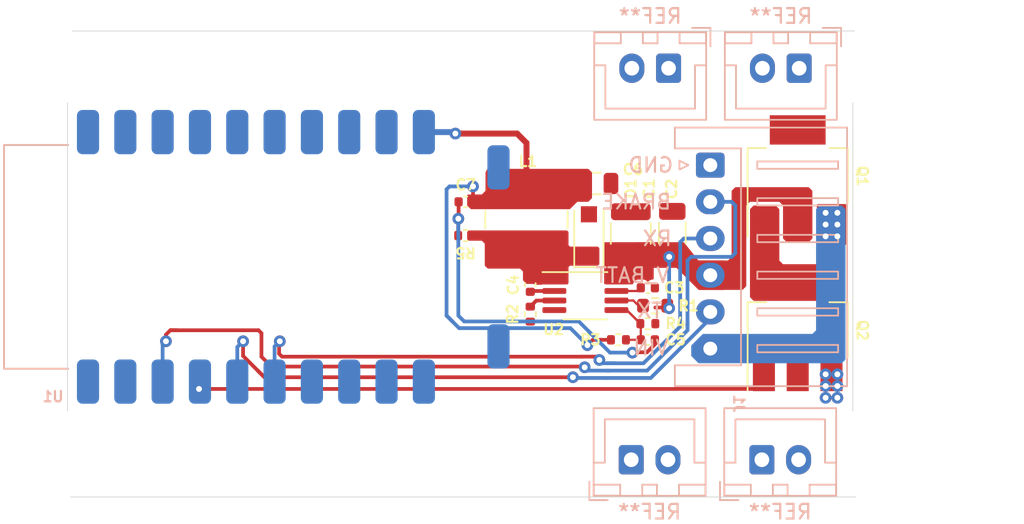
<source format=kicad_pcb>
(kicad_pcb (version 20210126) (generator pcbnew)
  (layers (0 "F.Cu" signal) (31 "B.Cu" signal) (34 "B.Paste" user) (35 "F.Paste" user) (36 "B.SilkS" user "B.Silkscreen") (37 "F.SilkS" user "F.Silkscreen") (38 "B.Mask" user) (39 "F.Mask" user) (44 "Edge.Cuts" user))
  (net 0 "")
  (net 1 "/TSDZ2_VIN")
  (net 2 "/TSDZ2_TX")
  (net 3 "/V_BATT")
  (net 4 "/TSDZ2_RX")
  (net 5 "/TSDZ2_BRAKE_INPUT")
  (net 6 "/P1.00")
  (net 7 "GND")
  (net 8 "Net-(C4-Pad1)")
  (net 9 "Net-(C5-Pad2)")
  (net 10 "Net-(C3-Pad2)")
  (net 11 "Net-(C5-Pad1)")
  (net 12 "Net-(C4-Pad2)")
  (net 13 "Net-(R1-Pad2)")
  (net 14 "Net-(R2-Pad1)")
  (net 15 "Net-(C6-Pad1)")
  (net 16 "/BTS414ON_CTRL")
  (footprint "Capacitor_SMD:C_0805_2012Metric" (layer "F.Cu") (at 87.84 65)
    (fp_text reference "C6" (at 2.45 -0.95 180) (layer "F.SilkS") (effects (font (size 0.7 0.7))))
    (fp_text value "10uF")
    (fp_line (start -0.261252 0.735) (end 0.261252 0.735) (layer "F.SilkS") (width 0.12))
    (fp_line (start -0.261252 -0.735) (end 0.261252 -0.735) (layer "F.SilkS") (width 0.12))
    (pad "1" smd roundrect (at -0.95 0) (size 1 1.45) (layers "F.Cu" "F.Paste" "F.Mask") (net 15 "Net-(C6-Pad1)"))
    (pad "2" smd roundrect (at 0.95 0) (size 1 1.45) (layers "F.Cu" "F.Paste" "F.Mask") (net 7 "GND"))
  )
  (footprint "Capacitor_SMD:C_1210_3225Metric" (layer "F.Cu") (at 90.14 68.4 90)
    (fp_text reference "C1" (at 3.05 1.25 90 unlocked) (layer "F.SilkS") (effects (font (size 0.7 0.7))))
    (fp_text value "10uF")
    (fp_line (start -0.711252 -1.36) (end 0.711252 -1.36) (layer "F.SilkS") (width 0.12))
    (fp_line (start -0.711252 1.36) (end 0.711252 1.36) (layer "F.SilkS") (width 0.12))
    (pad "1" smd roundrect (at -1.475 0 90) (size 1.15 2.7) (layers "F.Cu" "F.Paste" "F.Mask") (roundrect_rratio 0.2173913043478261) (net 3 "/V_BATT"))
    (pad "2" smd roundrect (at 1.475 0 90) (size 1.15 2.7) (layers "F.Cu" "F.Paste" "F.Mask") (roundrect_rratio 0.2173913043478261) (net 7 "GND"))
  )
  (footprint "Capacitor_SMD:C_0402_1005Metric" (layer "F.Cu") (at 91.3 72.1106 180)
    (fp_text reference "C3" (at -1.79 0 unlocked) (layer "F.SilkS") (effects (font (size 0.7 0.7))))
    (fp_text value "0.1uF")
    (fp_line (start -0.107836 -0.36) (end 0.107836 -0.36) (layer "F.SilkS") (width 0.12))
    (fp_line (start -0.107836 0.36) (end 0.107836 0.36) (layer "F.SilkS") (width 0.12))
    (pad "1" smd roundrect (at -0.48 0 180) (size 0.56 0.62) (layers "F.Cu" "F.Paste" "F.Mask") (net 7 "GND"))
    (pad "2" smd roundrect (at 0.48 0 180) (size 0.56 0.62) (layers "F.Cu" "F.Paste" "F.Mask") (net 10 "Net-(C3-Pad2)"))
  )
  (footprint "Diode_SMD:D_SOD-123F" (layer "F.Cu") (at 87.29 68.5 90)
    (fp_text reference "D1" (at 3.15 2.85 90) (layer "F.SilkS") (effects (font (size 0.7 0.7))))
    (fp_text value "D_Schottky_Small")
    (fp_line (start -2.2 -1) (end -2.2 1) (layer "F.SilkS") (width 0.12))
    (fp_line (start -2.2 -1) (end 1.65 -1) (layer "F.SilkS") (width 0.12))
    (fp_line (start -2.2 1) (end 1.65 1) (layer "F.SilkS") (width 0.12))
    (pad "1" smd rect (at -1.4 0 90) (size 1.1 1.1) (layers "F.Cu" "F.Paste" "F.Mask") (net 12 "Net-(C4-Pad2)"))
    (pad "2" smd rect (at 1.4 0 90) (size 1.1 1.1) (layers "F.Cu" "F.Paste" "F.Mask") (net 7 "GND"))
  )
  (footprint "Resistor_SMD:R_0402_1005Metric" (layer "F.Cu") (at 83.3 73.9 -90)
    (fp_text reference "R2" (at 0 1.2 90 unlocked) (layer "F.SilkS") (effects (font (size 0.7 0.7))))
    (fp_text value "278K")
    (fp_line (start -0.153641 -0.38) (end 0.153641 -0.38) (layer "F.SilkS") (width 0.12))
    (fp_line (start -0.153641 0.38) (end 0.153641 0.38) (layer "F.SilkS") (width 0.12))
    (pad "1" smd roundrect (at -0.51 0 270) (size 0.54 0.64) (layers "F.Cu" "F.Paste" "F.Mask") (net 14 "Net-(R2-Pad1)"))
    (pad "2" smd roundrect (at 0.51 0 270) (size 0.54 0.64) (layers "F.Cu" "F.Paste" "F.Mask") (net 7 "GND"))
  )
  (footprint "Inductor_SMD:L_TracoPower_TCK-047_5.2x5.8mm" (layer "F.Cu") (at 83.04 67.45 90)
    (fp_text reference "L1" (at 3.95 0.1 unlocked) (layer "F.SilkS") (effects (font (size 0.7 0.7))))
    (fp_text value "100uH")
    (fp_line (start -0.6 2.8) (end 0.6 2.8) (layer "F.SilkS") (width 0.12))
    (fp_line (start 0.6 -2.8) (end -0.6 -2.8) (layer "F.SilkS") (width 0.12))
    (pad "1" smd rect (at -1.925 0 180) (size 5.5 2.15) (layers "F.Cu" "F.Paste" "F.Mask") (net 12 "Net-(C4-Pad2)"))
    (pad "2" smd rect (at 1.925 0 180) (size 5.5 2.15) (layers "F.Cu" "F.Paste" "F.Mask") (net 15 "Net-(C6-Pad1)"))
  )
  (footprint "Resistor_SMD:R_0603_1608Metric" (layer "F.Cu") (at 91.7956 73.3298 180)
    (fp_text reference "R1" (at -2.2736 -0.0068 180) (layer "F.SilkS") (effects (font (size 0.7 0.7))))
    (fp_text value "127K")
    (fp_line (start -0.237258 -0.5225) (end 0.237258 -0.5225) (layer "F.SilkS") (width 0.12))
    (fp_line (start -0.237258 0.5225) (end 0.237258 0.5225) (layer "F.SilkS") (width 0.12))
    (pad "1" smd roundrect (at -0.825 0 180) (size 0.8 0.95) (layers "F.Cu" "F.Paste" "F.Mask") (net 3 "/V_BATT"))
    (pad "2" smd roundrect (at 0.825 0 180) (size 0.8 0.95) (layers "F.Cu" "F.Paste" "F.Mask") (net 13 "Net-(R1-Pad2)"))
  )
  (footprint "Package_TO_SOT_SMD:SOT-223-3_TabPin2" (layer "F.Cu") (at 101.5 75 90)
    (fp_text reference "Q2" (at 0 4.4 -90 unlocked) (layer "F.SilkS") (effects (font (size 0.7 0.7))))
    (fp_text value "BSP89")
    (fp_line (start -4.1 -3.41) (end 1.91 -3.41) (layer "F.SilkS") (width 0.12))
    (fp_line (start 1.91 3.41) (end 1.91 2.15) (layer "F.SilkS") (width 0.12))
    (fp_line (start -1.85 3.41) (end 1.91 3.41) (layer "F.SilkS") (width 0.12))
    (fp_line (start 1.91 -3.41) (end 1.91 -2.15) (layer "F.SilkS") (width 0.12))
    (pad "1" smd rect (at -3.15 -2.3 90) (size 2 1.5) (layers "F.Cu" "F.Paste" "F.Mask") (net 6 "/P1.00"))
    (pad "2" smd rect (at -3.15 0 90) (size 2 1.5) (layers "F.Cu" "F.Paste" "F.Mask") (net 16 "/BTS414ON_CTRL"))
    (pad "2" smd rect (at 3.15 0 90) (size 2 3.8) (layers "F.Cu" "F.Paste" "F.Mask") (net 16 "/BTS414ON_CTRL"))
    (pad "3" smd rect (at -3.15 2.3 90) (size 2 1.5) (layers "F.Cu" "F.Paste" "F.Mask") (net 7 "GND"))
  )
  (footprint "Resistor_SMD:R_0402_1005Metric" (layer "F.Cu") (at 89.3 75.65)
    (fp_text reference "R3" (at -1.91 0 unlocked) (layer "F.SilkS") (effects (font (size 0.7 0.7))))
    (fp_text value "1K")
    (fp_line (start -0.153641 0.38) (end 0.153641 0.38) (layer "F.SilkS") (width 0.12))
    (fp_line (start -0.153641 -0.38) (end 0.153641 -0.38) (layer "F.SilkS") (width 0.12))
    (pad "1" smd roundrect (at -0.51 0) (size 0.54 0.64) (layers "F.Cu" "F.Paste" "F.Mask") (net 15 "Net-(C6-Pad1)"))
    (pad "2" smd roundrect (at 0.51 0) (size 0.54 0.64) (layers "F.Cu" "F.Paste" "F.Mask") (net 9 "Net-(C5-Pad2)"))
  )
  (footprint "Capacitor_SMD:C_0402_1005Metric" (layer "F.Cu") (at 83.3 71.9 90)
    (fp_text reference "C4" (at 0 -1.16 90 unlocked) (layer "F.SilkS") (effects (font (size 0.7 0.7))))
    (fp_text value "0.1uF")
    (fp_line (start -0.107836 0.36) (end 0.107836 0.36) (layer "F.SilkS") (width 0.12))
    (fp_line (start -0.107836 -0.36) (end 0.107836 -0.36) (layer "F.SilkS") (width 0.12))
    (pad "1" smd roundrect (at -0.48 0 90) (size 0.56 0.62) (layers "F.Cu" "F.Paste" "F.Mask") (net 8 "Net-(C4-Pad1)"))
    (pad "2" smd roundrect (at 0.48 0 90) (size 0.56 0.62) (layers "F.Cu" "F.Paste" "F.Mask") (net 12 "Net-(C4-Pad2)"))
  )
  (footprint "Package_TO_SOT_SMD:SOT-223-3_TabPin2" (layer "F.Cu") (at 101.5 64.5 90)
    (fp_text reference "Q1" (at 0 4.4 -90 unlocked) (layer "F.SilkS") (effects (font (size 0.7 0.7))))
    (fp_text value "BTS4140N ")
    (fp_line (start -1.85 3.41) (end 1.91 3.41) (layer "F.SilkS") (width 0.12))
    (fp_line (start -4.1 -3.41) (end 1.91 -3.41) (layer "F.SilkS") (width 0.12))
    (fp_line (start 1.91 -3.41) (end 1.91 -2.15) (layer "F.SilkS") (width 0.12))
    (fp_line (start 1.91 3.41) (end 1.91 2.15) (layer "F.SilkS") (width 0.12))
    (pad "1" smd rect (at -3.15 -2.3 90) (size 2 1.5) (layers "F.Cu" "F.Paste" "F.Mask") (net 16 "/BTS414ON_CTRL"))
    (pad "2" smd rect (at -3.15 0 90) (size 2 1.5) (layers "F.Cu" "F.Paste" "F.Mask") (net 3 "/V_BATT"))
    (pad "2" smd rect (at 3.15 0 90) (size 2 3.8) (layers "F.Cu" "F.Paste" "F.Mask") (net 3 "/V_BATT"))
    (pad "3" smd rect (at -3.15 2.3 90) (size 2 1.5) (layers "F.Cu" "F.Paste" "F.Mask") (net 1 "/TSDZ2_VIN"))
  )
  (footprint "Resistor_SMD:R_0402_1005Metric" (layer "F.Cu") (at 78.9 68.55 180)
    (fp_text reference "R5" (at 0 -1.17 180 unlocked) (layer "F.SilkS") (effects (font (size 0.7 0.7))))
    (fp_text value "100K")
    (fp_line (start -0.153641 0.38) (end 0.153641 0.38) (layer "F.SilkS") (width 0.12))
    (fp_line (start -0.153641 -0.38) (end 0.153641 -0.38) (layer "F.SilkS") (width 0.12))
    (pad "1" smd roundrect (at -0.51 0 180) (size 0.54 0.64) (layers "F.Cu" "F.Paste" "F.Mask") (net 12 "Net-(C4-Pad2)"))
    (pad "2" smd roundrect (at 0.51 0 180) (size 0.54 0.64) (layers "F.Cu" "F.Paste" "F.Mask") (net 11 "Net-(C5-Pad1)"))
  )
  (footprint "Resistor_SMD:R_0402_1005Metric" (layer "F.Cu") (at 91.3 74.55)
    (fp_text reference "R4" (at 1.89 0 unlocked) (layer "F.SilkS") (effects (font (size 0.7 0.7))))
    (fp_text value "1K")
    (fp_line (start -0.153641 0.38) (end 0.153641 0.38) (layer "F.SilkS") (width 0.12))
    (fp_line (start -0.153641 -0.38) (end 0.153641 -0.38) (layer "F.SilkS") (width 0.12))
    (pad "1" smd roundrect (at -0.51 0) (size 0.54 0.64) (layers "F.Cu" "F.Paste" "F.Mask") (net 9 "Net-(C5-Pad2)"))
    (pad "2" smd roundrect (at 0.51 0) (size 0.54 0.64) (layers "F.Cu" "F.Paste" "F.Mask") (net 7 "GND"))
  )
  (footprint "Package_SO:MSOP-8_3x3mm_P0.65mm" (layer "F.Cu") (at 87.05 72.65)
    (fp_text reference "U2" (at -2.16 2.3 unlocked) (layer "F.SilkS") (effects (font (size 0.7 0.7))))
    (fp_text value "LM5007MM")
    (fp_line (start 0 1.61) (end -1.5 1.61) (layer "F.SilkS") (width 0.12))
    (fp_line (start 0 -1.61) (end 1.5 -1.61) (layer "F.SilkS") (width 0.12))
    (fp_line (start 0 -1.61) (end -2.925 -1.61) (layer "F.SilkS") (width 0.12))
    (fp_line (start 0 1.61) (end 1.5 1.61) (layer "F.SilkS") (width 0.12))
    (pad "1" smd roundrect (at -2.1125 -0.975) (size 1.625 0.4) (layers "F.Cu" "F.Paste" "F.Mask") (net 12 "Net-(C4-Pad2)"))
    (pad "2" smd roundrect (at -2.1125 -0.325) (size 1.625 0.4) (layers "F.Cu" "F.Paste" "F.Mask") (net 8 "Net-(C4-Pad1)"))
    (pad "3" smd roundrect (at -2.1125 0.325) (size 1.625 0.4) (layers "F.Cu" "F.Paste" "F.Mask") (net 14 "Net-(R2-Pad1)"))
    (pad "4" smd roundrect (at -2.1125 0.975) (size 1.625 0.4) (layers "F.Cu" "F.Paste" "F.Mask") (net 7 "GND"))
    (pad "5" smd roundrect (at 2.1125 0.975) (size 1.625 0.4) (layers "F.Cu" "F.Paste" "F.Mask") (net 9 "Net-(C5-Pad2)"))
    (pad "6" smd roundrect (at 2.1125 0.325) (size 1.625 0.4) (layers "F.Cu" "F.Paste" "F.Mask") (net 13 "Net-(R1-Pad2)"))
    (pad "7" smd roundrect (at 2.1125 -0.325) (size 1.625 0.4) (layers "F.Cu" "F.Paste" "F.Mask") (net 10 "Net-(C3-Pad2)"))
    (pad "8" smd roundrect (at 2.1125 -0.975) (size 1.625 0.4) (layers "F.Cu" "F.Paste" "F.Mask") (net 3 "/V_BATT"))
  )
  (footprint "Capacitor_SMD:C_0402_1005Metric" (layer "F.Cu") (at 91.3 75.65 180)
    (fp_text reference "C5" (at -1.89 0 unlocked) (layer "F.SilkS") (effects (font (size 0.7 0.7))))
    (fp_text value "0.1uF")
    (fp_line (start -0.107836 0.36) (end 0.107836 0.36) (layer "F.SilkS") (width 0.12))
    (fp_line (start -0.107836 -0.36) (end 0.107836 -0.36) (layer "F.SilkS") (width 0.12))
    (pad "1" smd roundrect (at -0.48 0 180) (size 0.56 0.62) (layers "F.Cu" "F.Paste" "F.Mask") (net 11 "Net-(C5-Pad1)"))
    (pad "2" smd roundrect (at 0.48 0 180) (size 0.56 0.62) (layers "F.Cu" "F.Paste" "F.Mask") (net 9 "Net-(C5-Pad2)"))
  )
  (footprint "Capacitor_SMD:C_1206_3216Metric" (layer "F.Cu") (at 92.964 68.3768 90)
    (fp_text reference "C2" (at 2.9972 -0.0508 90) (layer "F.SilkS") (effects (font (size 0.7 0.7))))
    (fp_text value "0.1uF")
    (fp_line (start -0.711252 0.91) (end 0.711252 0.91) (layer "F.SilkS") (width 0.12))
    (fp_line (start -0.711252 -0.91) (end 0.711252 -0.91) (layer "F.SilkS") (width 0.12))
    (pad "1" smd roundrect (at -1.475 0 90) (size 1.15 1.8) (layers "F.Cu" "F.Paste" "F.Mask") (roundrect_rratio 0.217391) (net 3 "/V_BATT"))
    (pad "2" smd roundrect (at 1.475 0 90) (size 1.15 1.8) (layers "F.Cu" "F.Paste" "F.Mask") (roundrect_rratio 0.217391) (net 7 "GND"))
  )
  (footprint "Capacitor_SMD:C_0402_1005Metric" (layer "F.Cu") (at 78.9 66.25)
    (fp_text reference "C7" (at 0 -1.16 unlocked) (layer "F.SilkS") (effects (font (size 0.7 0.7))))
    (fp_text value "3nF")
    (fp_line (start -0.107836 -0.36) (end 0.107836 -0.36) (layer "F.SilkS") (width 0.12))
    (fp_line (start -0.107836 0.36) (end 0.107836 0.36) (layer "F.SilkS") (width 0.12))
    (pad "1" smd roundrect (at -0.48 0) (size 0.56 0.62) (layers "F.Cu" "F.Paste" "F.Mask") (net 11 "Net-(C5-Pad1)"))
    (pad "2" smd roundrect (at 0.48 0) (size 0.56 0.62) (layers "F.Cu" "F.Paste" "F.Mask") (net 15 "Net-(C6-Pad1)"))
  )
  (footprint "Connector_JST:JST_XH_B2B-XH-A_1x02_P2.50mm_Vertical" (layer "B.Cu") (at 90.17 83.82)
    (fp_text reference "REF**" (at 1.25 3.55) (layer "B.SilkS") (effects (justify mirror)))
    (fp_text value "JST_XH_B2B-XH-A_1x02_P2.50mm_Vertical")
    (fp_line (start -1.6 2.75) (end -2.85 2.75) (layer "B.SilkS") (width 0.12))
    (fp_line (start -0.75 1.7) (end -0.75 2.45) (layer "B.SilkS") (width 0.12))
    (fp_line (start 0.75 1.7) (end 1.75 1.7) (layer "B.SilkS") (width 0.12))
    (fp_line (start -2.55 0.2) (end -1.8 0.2) (layer "B.SilkS") (width 0.12))
    (fp_line (start 3.25 2.45) (end 3.25 1.7) (layer "B.SilkS") (width 0.12))
    (fp_line (start -2.55 2.45) (end -2.55 1.7) (layer "B.SilkS") (width 0.12))
    (fp_line (start 5.06 -3.51) (end 5.06 2.46) (layer "B.SilkS") (width 0.12))
    (fp_line (start 4.3 -2.75) (end 1.25 -2.75) (layer "B.SilkS") (width 0.12))
    (fp_line (start -0.75 2.45) (end -2.55 2.45) (layer "B.SilkS") (width 0.12))
    (fp_line (start 0.75 2.45) (end 0.75 1.7) (layer "B.SilkS") (width 0.12))
    (fp_line (start 5.06 2.46) (end -2.56 2.46) (layer "B.SilkS") (width 0.12))
    (fp_line (start -2.55 1.7) (end -0.75 1.7) (layer "B.SilkS") (width 0.12))
    (fp_line (start -1.8 0.2) (end -1.8 -2.75) (layer "B.SilkS") (width 0.12))
    (fp_line (start -2.56 2.46) (end -2.56 -3.51) (layer "B.SilkS") (width 0.12))
    (fp_line (start 1.75 1.7) (end 1.75 2.45) (layer "B.SilkS") (width 0.12))
    (fp_line (start 5.05 2.45) (end 3.25 2.45) (layer "B.SilkS") (width 0.12))
    (fp_line (start 4.3 0.2) (end 4.3 -2.75) (layer "B.SilkS") (width 0.12))
    (fp_line (start -2.85 2.75) (end -2.85 1.5) (layer "B.SilkS") (width 0.12))
    (fp_line (start 1.75 2.45) (end 0.75 2.45) (layer "B.SilkS") (width 0.12))
    (fp_line (start -2.56 -3.51) (end 5.06 -3.51) (layer "B.SilkS") (width 0.12))
    (fp_line (start 5.05 1.7) (end 5.05 2.45) (layer "B.SilkS") (width 0.12))
    (fp_line (start 5.05 0.2) (end 4.3 0.2) (layer "B.SilkS") (width 0.12))
    (fp_line (start -1.8 -2.75) (end 1.25 -2.75) (layer "B.SilkS") (width 0.12))
    (fp_line (start 3.25 1.7) (end 5.05 1.7) (layer "B.SilkS") (width 0.12))
    (pad "1" thru_hole roundrect (at 0 0) (size 1.7 2) (drill 1) (layers *.Cu *.Mask) (roundrect_rratio 0.147059))
    (pad "2" thru_hole oval (at 2.5 0) (size 1.7 2) (drill 1) (layers *.Cu *.Mask))
  )
  (footprint "Connector_JST:JST_XH_B2B-XH-A_1x02_P2.50mm_Vertical" (layer "B.Cu") (at 99.06 83.82)
    (fp_text reference "REF**" (at 1.25 3.55) (layer "B.SilkS") (effects (justify mirror)))
    (fp_text value "JST_XH_B2B-XH-A_1x02_P2.50mm_Vertical")
    (fp_line (start -1.6 2.75) (end -2.85 2.75) (layer "B.SilkS") (width 0.12))
    (fp_line (start -0.75 1.7) (end -0.75 2.45) (layer "B.SilkS") (width 0.12))
    (fp_line (start 0.75 1.7) (end 1.75 1.7) (layer "B.SilkS") (width 0.12))
    (fp_line (start -2.55 0.2) (end -1.8 0.2) (layer "B.SilkS") (width 0.12))
    (fp_line (start 3.25 2.45) (end 3.25 1.7) (layer "B.SilkS") (width 0.12))
    (fp_line (start -2.55 2.45) (end -2.55 1.7) (layer "B.SilkS") (width 0.12))
    (fp_line (start 5.06 -3.51) (end 5.06 2.46) (layer "B.SilkS") (width 0.12))
    (fp_line (start 4.3 -2.75) (end 1.25 -2.75) (layer "B.SilkS") (width 0.12))
    (fp_line (start -0.75 2.45) (end -2.55 2.45) (layer "B.SilkS") (width 0.12))
    (fp_line (start 0.75 2.45) (end 0.75 1.7) (layer "B.SilkS") (width 0.12))
    (fp_line (start 5.06 2.46) (end -2.56 2.46) (layer "B.SilkS") (width 0.12))
    (fp_line (start -2.55 1.7) (end -0.75 1.7) (layer "B.SilkS") (width 0.12))
    (fp_line (start -1.8 0.2) (end -1.8 -2.75) (layer "B.SilkS") (width 0.12))
    (fp_line (start -2.56 2.46) (end -2.56 -3.51) (layer "B.SilkS") (width 0.12))
    (fp_line (start 1.75 1.7) (end 1.75 2.45) (layer "B.SilkS") (width 0.12))
    (fp_line (start 5.05 2.45) (end 3.25 2.45) (layer "B.SilkS") (width 0.12))
    (fp_line (start 4.3 0.2) (end 4.3 -2.75) (layer "B.SilkS") (width 0.12))
    (fp_line (start -2.85 2.75) (end -2.85 1.5) (layer "B.SilkS") (width 0.12))
    (fp_line (start 1.75 2.45) (end 0.75 2.45) (layer "B.SilkS") (width 0.12))
    (fp_line (start -2.56 -3.51) (end 5.06 -3.51) (layer "B.SilkS") (width 0.12))
    (fp_line (start 5.05 1.7) (end 5.05 2.45) (layer "B.SilkS") (width 0.12))
    (fp_line (start 5.05 0.2) (end 4.3 0.2) (layer "B.SilkS") (width 0.12))
    (fp_line (start -1.8 -2.75) (end 1.25 -2.75) (layer "B.SilkS") (width 0.12))
    (fp_line (start 3.25 1.7) (end 5.05 1.7) (layer "B.SilkS") (width 0.12))
    (pad "1" thru_hole roundrect (at 0 0) (size 1.7 2) (drill 1) (layers *.Cu *.Mask) (roundrect_rratio 0.147059))
    (pad "2" thru_hole oval (at 2.5 0) (size 1.7 2) (drill 1) (layers *.Cu *.Mask))
  )
  (footprint "Connector_JST:JST_XH_B2B-XH-A_1x02_P2.50mm_Vertical" (layer "B.Cu") (at 92.71 57.15 180)
    (fp_text reference "REF**" (at 1.25 3.55) (layer "B.SilkS") (effects (justify mirror)))
    (fp_text value "JST_XH_B2B-XH-A_1x02_P2.50mm_Vertical")
    (fp_line (start -1.6 2.75) (end -2.85 2.75) (layer "B.SilkS") (width 0.12))
    (fp_line (start -0.75 1.7) (end -0.75 2.45) (layer "B.SilkS") (width 0.12))
    (fp_line (start 0.75 1.7) (end 1.75 1.7) (layer "B.SilkS") (width 0.12))
    (fp_line (start -2.55 0.2) (end -1.8 0.2) (layer "B.SilkS") (width 0.12))
    (fp_line (start 3.25 2.45) (end 3.25 1.7) (layer "B.SilkS") (width 0.12))
    (fp_line (start -2.55 2.45) (end -2.55 1.7) (layer "B.SilkS") (width 0.12))
    (fp_line (start 5.06 -3.51) (end 5.06 2.46) (layer "B.SilkS") (width 0.12))
    (fp_line (start 4.3 -2.75) (end 1.25 -2.75) (layer "B.SilkS") (width 0.12))
    (fp_line (start -0.75 2.45) (end -2.55 2.45) (layer "B.SilkS") (width 0.12))
    (fp_line (start 0.75 2.45) (end 0.75 1.7) (layer "B.SilkS") (width 0.12))
    (fp_line (start 5.06 2.46) (end -2.56 2.46) (layer "B.SilkS") (width 0.12))
    (fp_line (start -2.55 1.7) (end -0.75 1.7) (layer "B.SilkS") (width 0.12))
    (fp_line (start -1.8 0.2) (end -1.8 -2.75) (layer "B.SilkS") (width 0.12))
    (fp_line (start -2.56 2.46) (end -2.56 -3.51) (layer "B.SilkS") (width 0.12))
    (fp_line (start 1.75 1.7) (end 1.75 2.45) (layer "B.SilkS") (width 0.12))
    (fp_line (start 5.05 2.45) (end 3.25 2.45) (layer "B.SilkS") (width 0.12))
    (fp_line (start 4.3 0.2) (end 4.3 -2.75) (layer "B.SilkS") (width 0.12))
    (fp_line (start -2.85 2.75) (end -2.85 1.5) (layer "B.SilkS") (width 0.12))
    (fp_line (start 1.75 2.45) (end 0.75 2.45) (layer "B.SilkS") (width 0.12))
    (fp_line (start -2.56 -3.51) (end 5.06 -3.51) (layer "B.SilkS") (width 0.12))
    (fp_line (start 5.05 1.7) (end 5.05 2.45) (layer "B.SilkS") (width 0.12))
    (fp_line (start 5.05 0.2) (end 4.3 0.2) (layer "B.SilkS") (width 0.12))
    (fp_line (start -1.8 -2.75) (end 1.25 -2.75) (layer "B.SilkS") (width 0.12))
    (fp_line (start 3.25 1.7) (end 5.05 1.7) (layer "B.SilkS") (width 0.12))
    (pad "1" thru_hole roundrect (at 0 0 180) (size 1.7 2) (drill 1) (layers *.Cu *.Mask) (roundrect_rratio 0.147059))
    (pad "2" thru_hole oval (at 2.5 0 180) (size 1.7 2) (drill 1) (layers *.Cu *.Mask))
  )
  (footprint "Connector_JST:JST_XH_S6B-XH-A_1x06_P2.50mm_Horizontal" (layer "B.Cu") (at 95.55 63.75 -90)
    (fp_text reference "J1" (at 16.25 -1.95 -90 unlocked) (layer "B.SilkS") (effects (font (size 0.7 0.7)) (justify mirror)))
    (fp_text value "Conn_01x06")
    (fp_line (start 15.06 2.41) (end 13.64 2.41) (layer "B.SilkS") (width 0.12))
    (fp_line (start 0.25 -8.7) (end 0.25 -3.2) (layer "B.SilkS") (width 0.12))
    (fp_line (start 5.25 -8.7) (end 5.25 -3.2) (layer "B.SilkS") (width 0.12))
    (fp_line (start -2.56 2.41) (end -1.14 2.41) (layer "B.SilkS") (width 0.12))
    (fp_line (start 12.75 -3.2) (end 12.25 -3.2) (layer "B.SilkS") (width 0.12))
    (fp_line (start 4.75 -8.7) (end 5.25 -8.7) (layer "B.SilkS") (width 0.12))
    (fp_line (start -2.56 -9.31) (end -2.56 2.41) (layer "B.SilkS") (width 0.12))
    (fp_line (start 6.25 -9.31) (end 15.06 -9.31) (layer "B.SilkS") (width 0.12))
    (fp_line (start 15.06 -9.31) (end 15.06 2.41) (layer "B.SilkS") (width 0.12))
    (fp_line (start 9.75 -3.2) (end 9.75 -8.7) (layer "B.SilkS") (width 0.12))
    (fp_line (start 10.25 -3.2) (end 9.75 -3.2) (layer "B.SilkS") (width 0.12))
    (fp_line (start -1.14 -2.09) (end 6.25 -2.09) (layer "B.SilkS") (width 0.12))
    (fp_line (start -0.3 2.1) (end 0.3 2.1) (layer "B.SilkS") (width 0.12))
    (fp_line (start 7.25 -8.7) (end 7.75 -8.7) (layer "B.SilkS") (width 0.12))
    (fp_line (start 9.75 -8.7) (end 10.25 -8.7) (layer "B.SilkS") (width 0.12))
    (fp_line (start 4.75 -3.2) (end 4.75 -8.7) (layer "B.SilkS") (width 0.12))
    (fp_line (start 13.64 -2.09) (end 6.25 -2.09) (layer "B.SilkS") (width 0.12))
    (fp_line (start 0.25 -3.2) (end -0.25 -3.2) (layer "B.SilkS") (width 0.12))
    (fp_line (start 12.75 -8.7) (end 12.75 -3.2) (layer "B.SilkS") (width 0.12))
    (fp_line (start -0.25 -3.2) (end -0.25 -8.7) (layer "B.SilkS") (width 0.12))
    (fp_line (start 2.75 -3.2) (end 2.25 -3.2) (layer "B.SilkS") (width 0.12))
    (fp_line (start -1.14 2.41) (end -1.14 -2.09) (layer "B.SilkS") (width 0.12))
    (fp_line (start 7.75 -8.7) (end 7.75 -3.2) (layer "B.SilkS") (width 0.12))
    (fp_line (start 13.64 2.41) (end 13.64 -2.09) (layer "B.SilkS") (width 0.12))
    (fp_line (start 6.25 -9.31) (end -2.56 -9.31) (layer "B.SilkS") (width 0.12))
    (fp_line (start 2.75 -8.7) (end 2.75 -3.2) (layer "B.SilkS") (width 0.12))
    (fp_line (start 7.25 -3.2) (end 7.25 -8.7) (layer "B.SilkS") (width 0.12))
    (fp_line (start -0.25 -8.7) (end 0.25 -8.7) (layer "B.SilkS") (width 0.12))
    (fp_line (start 5.25 -3.2) (end 4.75 -3.2) (layer "B.SilkS") (width 0.12))
    (fp_line (start 0 1.5) (end -0.3 2.1) (layer "B.SilkS") (width 0.12))
    (fp_line (start 12.25 -3.2) (end 12.25 -8.7) (layer "B.SilkS") (width 0.12))
    (fp_line (start 12.25 -8.7) (end 12.75 -8.7) (layer "B.SilkS") (width 0.12))
    (fp_line (start 7.75 -3.2) (end 7.25 -3.2) (layer "B.SilkS") (width 0.12))
    (fp_line (start 0.3 2.1) (end 0 1.5) (layer "B.SilkS") (width 0.12))
    (fp_line (start 2.25 -3.2) (end 2.25 -8.7) (layer "B.SilkS") (width 0.12))
    (fp_line (start 10.25 -8.7) (end 10.25 -3.2) (layer "B.SilkS") (width 0.12))
    (fp_line (start 2.25 -8.7) (end 2.75 -8.7) (layer "B.SilkS") (width 0.12))
    (pad "1" thru_hole roundrect (at 0 0 270) (size 1.7 1.95) (drill 0.95) (layers *.Cu *.Mask) (roundrect_rratio 0.1470588235294118) (net 7 "GND"))
    (pad "2" thru_hole oval (at 2.5 0 270) (size 1.7 1.95) (drill 0.95) (layers *.Cu *.Mask) (net 5 "/TSDZ2_BRAKE_INPUT"))
    (pad "3" thru_hole oval (at 5 0 270) (size 1.7 1.95) (drill 0.95) (layers *.Cu *.Mask) (net 4 "/TSDZ2_RX"))
    (pad "4" thru_hole oval (at 7.5 0 270) (size 1.7 1.95) (drill 0.95) (layers *.Cu *.Mask) (net 3 "/V_BATT"))
    (pad "5" thru_hole oval (at 10 0 270) (size 1.7 1.95) (drill 0.95) (layers *.Cu *.Mask) (net 2 "/TSDZ2_TX"))
    (pad "6" thru_hole oval (at 12.5 0 270) (size 1.7 1.95) (drill 0.95) (layers *.Cu *.Mask) (net 1 "/TSDZ2_VIN"))
  )
  (footprint "Connector_JST:JST_XH_B2B-XH-A_1x02_P2.50mm_Vertical" (layer "B.Cu") (at 101.6 57.15 180)
    (fp_text reference "REF**" (at 1.25 3.55) (layer "B.SilkS") (effects (justify mirror)))
    (fp_text value "JST_XH_B2B-XH-A_1x02_P2.50mm_Vertical")
    (fp_line (start -1.6 2.75) (end -2.85 2.75) (layer "B.SilkS") (width 0.12))
    (fp_line (start -0.75 1.7) (end -0.75 2.45) (layer "B.SilkS") (width 0.12))
    (fp_line (start 0.75 1.7) (end 1.75 1.7) (layer "B.SilkS") (width 0.12))
    (fp_line (start -2.55 0.2) (end -1.8 0.2) (layer "B.SilkS") (width 0.12))
    (fp_line (start 3.25 2.45) (end 3.25 1.7) (layer "B.SilkS") (width 0.12))
    (fp_line (start -2.55 2.45) (end -2.55 1.7) (layer "B.SilkS") (width 0.12))
    (fp_line (start 5.06 -3.51) (end 5.06 2.46) (layer "B.SilkS") (width 0.12))
    (fp_line (start 4.3 -2.75) (end 1.25 -2.75) (layer "B.SilkS") (width 0.12))
    (fp_line (start -0.75 2.45) (end -2.55 2.45) (layer "B.SilkS") (width 0.12))
    (fp_line (start 0.75 2.45) (end 0.75 1.7) (layer "B.SilkS") (width 0.12))
    (fp_line (start 5.06 2.46) (end -2.56 2.46) (layer "B.SilkS") (width 0.12))
    (fp_line (start -2.55 1.7) (end -0.75 1.7) (layer "B.SilkS") (width 0.12))
    (fp_line (start -1.8 0.2) (end -1.8 -2.75) (layer "B.SilkS") (width 0.12))
    (fp_line (start -2.56 2.46) (end -2.56 -3.51) (layer "B.SilkS") (width 0.12))
    (fp_line (start 1.75 1.7) (end 1.75 2.45) (layer "B.SilkS") (width 0.12))
    (fp_line (start 5.05 2.45) (end 3.25 2.45) (layer "B.SilkS") (width 0.12))
    (fp_line (start 4.3 0.2) (end 4.3 -2.75) (layer "B.SilkS") (width 0.12))
    (fp_line (start -2.85 2.75) (end -2.85 1.5) (layer "B.SilkS") (width 0.12))
    (fp_line (start 1.75 2.45) (end 0.75 2.45) (layer "B.SilkS") (width 0.12))
    (fp_line (start -2.56 -3.51) (end 5.06 -3.51) (layer "B.SilkS") (width 0.12))
    (fp_line (start 5.05 1.7) (end 5.05 2.45) (layer "B.SilkS") (width 0.12))
    (fp_line (start 5.05 0.2) (end 4.3 0.2) (layer "B.SilkS") (width 0.12))
    (fp_line (start -1.8 -2.75) (end 1.25 -2.75) (layer "B.SilkS") (width 0.12))
    (fp_line (start 3.25 1.7) (end 5.05 1.7) (layer "B.SilkS") (width 0.12))
    (pad "1" thru_hole roundrect (at 0 0 180) (size 1.7 2) (drill 1) (layers *.Cu *.Mask) (roundrect_rratio 0.147059))
    (pad "2" thru_hole oval (at 2.5 0 180) (size 1.7 2) (drill 1) (layers *.Cu *.Mask))
  )
  (footprint "stanislao_nrf-backups:MODULE_NRF52840-DONGLE" (layer "B.Cu") (at 70.5 70)
    (fp_text reference "U1" (at -19.685 9.525 180) (layer "B.SilkS") (effects (font (size 0.7 0.7)) (justify mirror)))
    (fp_text value "NRF52840-DONGLE")
    (fp_line (start -23.02 -7.62) (end -18.65 -7.62) (layer "B.SilkS") (width 0.127))
    (fp_line (start -23.02 7.62) (end -23.02 -7.62) (layer "B.SilkS") (width 0.127))
    (fp_line (start -18.65 7.62) (end -23.02 7.62) (layer "B.SilkS") (width 0.127))
    (pad "0.02" smd roundrect (at -7.145 -8.5 270) (size 3.016 1.508) (layers "B.Cu" "B.Paste" "B.Mask"))
    (pad "0.09" smd roundrect (at -12.225 8.5 270) (size 3.016 1.508) (layers "B.Cu" "B.Paste" "B.Mask") (net 5 "/TSDZ2_BRAKE_INPUT"))
    (pad "0.10" smd roundrect (at -14.765 8.5 270) (size 3.016 1.508) (layers "B.Cu" "B.Paste" "B.Mask"))
    (pad "0.13" smd roundrect (at 5.555 8.5 270) (size 3.016 1.508) (layers "B.Cu" "B.Paste" "B.Mask"))
    (pad "0.15" smd roundrect (at 3.015 8.5 270) (size 3.016 1.508) (layers "B.Cu" "B.Paste" "B.Mask"))
    (pad "0.17" smd roundrect (at 0.475 8.5 270) (size 3.016 1.508) (layers "B.Cu" "B.Paste" "B.Mask"))
    (pad "0.20" smd roundrect (at -2.065 8.5 270) (size 3.016 1.508) (layers "B.Cu" "B.Paste" "B.Mask"))
    (pad "0.22" smd roundrect (at -4.605 8.5 270) (size 3.016 1.508) (layers "B.Cu" "B.Paste" "B.Mask") (net 4 "/TSDZ2_RX"))
    (pad "0.24" smd roundrect (at -7.145 8.5 270) (size 3.016 1.508) (layers "B.Cu" "B.Paste" "B.Mask") (net 2 "/TSDZ2_TX"))
    (pad "0.29" smd roundrect (at -4.605 -8.5 270) (size 3.016 1.508) (layers "B.Cu" "B.Paste" "B.Mask"))
    (pad "0.31" smd roundrect (at -2.065 -8.5 270) (size 3.016 1.508) (layers "B.Cu" "B.Paste" "B.Mask"))
    (pad "1.00" smd roundrect (at -9.685 8.5 270) (size 3.016 1.508) (layers "B.Cu" "B.Paste" "B.Mask") (net 6 "/P1.00"))
    (pad "1.10" smd roundrect (at -14.765 -8.5 270) (size 3.016 1.508) (layers "B.Cu" "B.Paste" "B.Mask"))
    (pad "1.13" smd roundrect (at -12.225 -8.5 270) (size 3.016 1.508) (layers "B.Cu" "B.Paste" "B.Mask"))
    (pad "1.15" smd roundrect (at -9.685 -8.5 270) (size 3.016 1.508) (layers "B.Cu" "B.Paste" "B.Mask"))
    (pad "G1" smd roundrect (at -17.305 8.5 270) (size 3.016 1.508) (layers "B.Cu" "B.Paste" "B.Mask") (net 7 "GND"))
    (pad "G2" smd roundrect (at -17.305 -8.5 270) (size 3.016 1.508) (layers "B.Cu" "B.Paste" "B.Mask") (net 7 "GND"))
    (pad "G3" smd roundrect (at 0.475 -8.5 270) (size 3.016 1.508) (layers "B.Cu" "B.Paste" "B.Mask") (net 7 "GND"))
    (pad "OUT" smd roundrect (at 3.015 -8.5 270) (size 3.016 1.508) (layers "B.Cu" "B.Paste" "B.Mask"))
    (pad "SWDCLK" smd roundrect (at 10.635 -6.096 270) (size 3.016 1.508) (layers "B.Cu" "B.Paste" "B.Mask"))
    (pad "SWDIO" smd roundrect (at 10.635 6.096 270) (size 3.016 1.508) (layers "B.Cu" "B.Paste" "B.Mask"))
    (pad "VBUS" smd roundrect (at 5.555 -8.5 270) (size 3.016 1.508) (layers "B.Cu" "B.Paste" "B.Mask") (net 15 "Net-(C6-Pad1)"))
  )
  (gr_line (start 105.465 86.36) (end 52.015 86.36) (layer "Edge.Cuts") (width 0.05))
  (gr_line (start 52.115 54.61) (end 105.365 54.61) (layer "Edge.Cuts") (width 0.05))
  (gr_line (start 105.25 59.5) (end 105.25 80.5) (layer "Edge.Cuts") (width 0.05))
  (gr_line (start 51.8 80.5) (end 51.8 59.5) (layer "Edge.Cuts") (width 0.05))
  (gr_text "VIN" (at 91.5 76.2) (layer "B.SilkS") (effects (font (size 1 1)) (justify mirror)))
  (gr_text "V_BATT" (at 90.25 71.25) (layer "B.SilkS") (effects (font (size 1 1)) (justify mirror)))
  (gr_text "GND" (at 91.5 63.75) (layer "B.SilkS") (effects (font (size 1 1)) (justify mirror)))
  (gr_text "RX" (at 91.948 68.75) (layer "B.SilkS") (effects (font (size 1 1)) (justify mirror)))
  (gr_text "TX" (at 91.44 73.66) (layer "B.SilkS") (effects (font (size 1 1)) (justify mirror)))
  (gr_text "BRAKE" (at 90.5 66.25) (layer "B.SilkS") (effects (font (size 1 1)) (justify mirror)))
  (via (at 103.4 67) (size 0.8) (drill 0.4) (layers "F.Cu" "B.Cu") (net 1))
  (via (at 104.2 68.6) (size 0.8) (drill 0.4) (layers "F.Cu" "B.Cu") (net 1))
  (via (at 103.4 68.6) (size 0.8) (drill 0.4) (layers "F.Cu" "B.Cu") (net 1))
  (via (at 104.2 67) (size 0.8) (drill 0.4) (layers "F.Cu" "B.Cu") (net 1))
  (via (at 103.4 67.8) (size 0.8) (drill 0.4) (layers "F.Cu" "B.Cu") (net 1))
  (via (at 104.2 67.8) (size 0.8) (drill 0.4) (layers "F.Cu" "B.Cu") (net 1))
  (segment (start 65.2 78.2) (end 63.75 76.75) (width 0.254) (layer "F.Cu") (net 2))
  (segment (start 65.2 78.2) (end 64.75 77.75) (width 0.254) (layer "F.Cu") (net 2))
  (segment (start 86.2 78.2) (end 65.2 78.2) (width 0.254) (layer "F.Cu") (net 2))
  (segment (start 63.75 76.75) (end 63.75 75.75) (width 0.254) (layer "F.Cu") (net 2))
  (via (at 63.75 75.75) (size 0.8) (drill 0.4) (layers "F.Cu" "B.Cu") (net 2))
  (via (at 86.2 78.2) (size 0.8) (drill 0.4) (layers "F.Cu" "B.Cu") (net 2))
  (segment (start 95.55 74.2) (end 91.5 78.25) (width 0.254) (layer "B.Cu") (net 2))
  (segment (start 88.5 78.25) (end 86.25 78.25) (width 0.254) (layer "B.Cu") (net 2))
  (segment (start 86.25 78.25) (end 86.2 78.2) (width 0.254) (layer "B.Cu") (net 2))
  (segment (start 91.5 78.25) (end 88.5 78.25) (width 0.254) (layer "B.Cu") (net 2))
  (segment (start 63.355 78.5) (end 63.355 76.145) (width 0.254) (layer "B.Cu") (net 2))
  (segment (start 95.55 73.75) (end 95.55 74.2) (width 0.254) (layer "B.Cu") (net 2))
  (segment (start 63.355 76.145) (end 63.75 75.75) (width 0.254) (layer "B.Cu") (net 2))
  (segment (start 92.625 69.875) (end 92.75 70) (width 0.254) (layer "F.Cu") (net 3))
  (segment (start 92.7 73.45) (end 92.75 73.5) (width 0.254) (layer "F.Cu") (net 3))
  (segment (start 91.81 73.45) (end 92.7 73.45) (width 0.254) (layer "F.Cu") (net 3))
  (segment (start 90.14 69.875) (end 92.625 69.875) (width 0.254) (layer "F.Cu") (net 3))
  (via (at 92.75 73.5) (size 0.8) (drill 0.4) (layers "F.Cu" "B.Cu") (net 3))
  (via (at 92.75 70) (size 0.8) (drill 0.4) (layers "F.Cu" "B.Cu") (net 3))
  (segment (start 92.75 70) (end 92.75 73.5) (width 0.254) (layer "B.Cu") (net 3))
  (segment (start 88 77.023) (end 87.772989 76.795989) (width 0.254) (layer "F.Cu") (net 4))
  (segment (start 87.772989 76.795989) (end 86.804011 76.795989) (width 0.254) (layer "F.Cu") (net 4))
  (segment (start 66.2 76.6) (end 66.2 75.8) (width 0.254) (layer "F.Cu") (net 4))
  (segment (start 66.2 75.8) (end 66.25 75.75) (width 0.254) (layer "F.Cu") (net 4))
  (segment (start 66.4 76.8) (end 66.2 76.6) (width 0.254) (layer "F.Cu") (net 4))
  (segment (start 86.804011 76.795989) (end 86.8 76.8) (width 0.254) (layer "F.Cu") (net 4))
  (segment (start 86.8 76.8) (end 66.4 76.8) (width 0.254) (layer "F.Cu") (net 4))
  (via (at 66.25 75.75) (size 0.8) (drill 0.4) (layers "F.Cu" "B.Cu") (net 4))
  (via (at 88 77.023) (size 0.8) (drill 0.4) (layers "F.Cu" "B.Cu") (net 4))
  (segment (start 65.895 76.105) (end 66.25 75.75) (width 0.254) (layer "B.Cu") (net 4))
  (segment (start 93.75 68.75) (end 93.5 69) (width 0.254) (layer "B.Cu") (net 4))
  (segment (start 93.5 69) (end 93.5 74.75) (width 0.254) (layer "B.Cu") (net 4))
  (segment (start 91 77.25) (end 89.05 77.25) (width 0.254) (layer "B.Cu") (net 4))
  (segment (start 95.55 68.75) (end 93.75 68.75) (width 0.254) (layer "B.Cu") (net 4))
  (segment (start 88.227 77.25) (end 88 77.023) (width 0.254) (layer "B.Cu") (net 4))
  (segment (start 89.05 77.25) (end 88.227 77.25) (width 0.254) (layer "B.Cu") (net 4))
  (segment (start 89.05 77.25) (end 88.5 77.25) (width 0.254) (layer "B.Cu") (net 4))
  (segment (start 93.5 74.75) (end 91 77.25) (width 0.254) (layer "B.Cu") (net 4))
  (segment (start 65.895 78.5) (end 65.895 76.105) (width 0.254) (layer "B.Cu") (net 4))
  (segment (start 58.8 75) (end 64.8 75) (width 0.254) (layer "F.Cu") (net 5))
  (segment (start 64.8 75) (end 65 75.2) (width 0.254) (layer "F.Cu") (net 5))
  (segment (start 65 75.2) (end 65 76.8) (width 0.254) (layer "F.Cu") (net 5))
  (segment (start 58.5 75.75) (end 58.5 75.3) (width 0.254) (layer "F.Cu") (net 5))
  (segment (start 86.949989 77.472989) (end 87 77.523) (width 0.254) (layer "F.Cu") (net 5))
  (segment (start 58.5 75.3) (end 58.8 75) (width 0.254) (layer "F.Cu") (net 5))
  (segment (start 65.672989 77.472989) (end 86.949989 77.472989) (width 0.254) (layer "F.Cu") (net 5))
  (segment (start 65 76.8) (end 65.672989 77.472989) (width 0.254) (layer "F.Cu") (net 5))
  (segment (start 58.8 75) (end 59.25 75) (width 0.254) (layer "F.Cu") (net 5))
  (segment (start 58.5 75.75) (end 58.575977 75.75) (width 0.254) (layer "F.Cu") (net 5))
  (via (at 87 77.523) (size 0.8) (drill 0.4) (layers "F.Cu" "B.Cu") (net 5))
  (via (at 58.5 75.75) (size 0.8) (drill 0.4) (layers "F.Cu" "B.Cu") (net 5))
  (segment (start 94 74.5) (end 94 75) (width 0.254) (layer "B.Cu") (net 5))
  (segment (start 97 66.25) (end 97.25 66.5) (width 0.254) (layer "B.Cu") (net 5))
  (segment (start 97.25 66.5) (end 97.25 69.75) (width 0.254) (layer "B.Cu") (net 5))
  (segment (start 88.65 77.75) (end 88.5 77.75) (width 0.254) (layer "B.Cu") (net 5))
  (segment (start 88.65 77.75) (end 87.227 77.75) (width 0.254) (layer "B.Cu") (net 5))
  (segment (start 87.227 77.75) (end 87 77.523) (width 0.254) (layer "B.Cu") (net 5))
  (segment (start 94.25 70) (end 94 70.25) (width 0.254) (layer "B.Cu") (net 5))
  (segment (start 95.55 66.25) (end 97 66.25) (width 0.254) (layer "B.Cu") (net 5))
  (segment (start 58.275 75.975) (end 58.5 75.75) (width 0.254) (layer "B.Cu") (net 5))
  (segment (start 97.25 69.75) (end 97 70) (width 0.254) (layer "B.Cu") (net 5))
  (segment (start 94 74.5) (end 94 74.75) (width 0.254) (layer "B.Cu") (net 5))
  (segment (start 91.25 77.75) (end 88.65 77.75) (width 0.254) (layer "B.Cu") (net 5))
  (segment (start 58.275 78.5) (end 58.275 75.975) (width 0.254) (layer "B.Cu") (net 5))
  (segment (start 94 70.25) (end 94 74.5) (width 0.254) (layer "B.Cu") (net 5))
  (segment (start 94 75) (end 91.25 77.75) (width 0.254) (layer "B.Cu") (net 5))
  (segment (start 97 70) (end 94.25 70) (width 0.254) (layer "B.Cu") (net 5))
  (segment (start 99.2 78.15) (end 99.2 78.3) (width 0.254) (layer "F.Cu") (net 6))
  (segment (start 98.5 79) (end 61.5 79) (width 0.254) (layer "F.Cu") (net 6))
  (segment (start 99.2 78.3) (end 98.5 79) (width 0.254) (layer "F.Cu") (net 6))
  (segment (start 61.5 79) (end 60.75 79) (width 0.254) (layer "F.Cu") (net 6))
  (via (at 60.75 79) (size 0.8) (drill 0.4) (layers "F.Cu" "B.Cu") (net 6))
  (segment (start 60.75 79) (end 60.75 78.5) (width 0.254) (layer "B.Cu") (net 6))
  (segment (start 60.75 78.5) (end 60.815 78.5) (width 0.254) (layer "B.Cu") (net 6))
  (via (at 104.2 79.6) (size 0.8) (drill 0.4) (layers "F.Cu" "B.Cu") (net 7))
  (via (at 103.4 78.8) (size 0.8) (drill 0.4) (layers "F.Cu" "B.Cu") (net 7))
  (via (at 104.2 78) (size 0.8) (drill 0.4) (layers "F.Cu" "B.Cu") (net 7))
  (via (at 103.4 79.6) (size 0.8) (drill 0.4) (layers "F.Cu" "B.Cu") (net 7))
  (via (at 104.2 78.8) (size 0.8) (drill 0.4) (layers "F.Cu" "B.Cu") (net 7))
  (via (at 103.4 78) (size 0.8) (drill 0.4) (layers "F.Cu" "B.Cu") (net 7))
  (segment (start 83.355 72.325) (end 83.3 72.38) (width 0.254) (layer "F.Cu") (net 8))
  (segment (start 84.9375 72.325) (end 83.355 72.325) (width 0.254) (layer "F.Cu") (net 8))
  (segment (start 89.1625 73.625) (end 89.865 73.625) (width 0.1524) (layer "F.Cu") (net 9))
  (segment (start 89.81 75.65) (end 90.82 75.65) (width 0.1524) (layer "F.Cu") (net 9))
  (segment (start 89.81 75.65) (end 89.89 75.65) (width 0.1524) (layer "F.Cu") (net 9))
  (segment (start 89.89 73.65) (end 90.79 74.55) (width 0.1524) (layer "F.Cu") (net 9))
  (segment (start 89.865 73.625) (end 90.79 74.55) (width 0.1524) (layer "F.Cu") (net 9))
  (segment (start 90.82 74.58) (end 90.79 74.55) (width 0.1524) (layer "F.Cu") (net 9))
  (segment (start 90.82 75.65) (end 90.82 74.58) (width 0.1524) (layer "F.Cu") (net 9))
  (segment (start 90.6056 72.325) (end 90.82 72.1106) (width 0.1524) (layer "F.Cu") (net 10))
  (segment (start 89.1625 72.325) (end 90.6056 72.325) (width 0.1524) (layer "F.Cu") (net 10))
  (segment (start 90.273 76.5) (end 90.25 76.523) (width 0.254) (layer "F.Cu") (net 11))
  (segment (start 78.39 67.41) (end 78.4 67.4) (width 0.254) (layer "F.Cu") (net 11))
  (segment (start 78.42 66.25) (end 78.42 67.38) (width 0.254) (layer "F.Cu") (net 11))
  (segment (start 78.42 67.38) (end 78.4 67.4) (width 0.254) (layer "F.Cu") (net 11))
  (segment (start 91.78 75.96) (end 91.24 76.5) (width 0.254) (layer "F.Cu") (net 11))
  (segment (start 78.39 68.55) (end 78.39 67.41) (width 0.254) (layer "F.Cu") (net 11))
  (segment (start 91.78 75.65) (end 91.78 75.96) (width 0.254) (layer "F.Cu") (net 11))
  (segment (start 91.24 76.5) (end 90.273 76.5) (width 0.254) (layer "F.Cu") (net 11))
  (via (at 78.4 67.4) (size 0.8) (drill 0.4) (layers "F.Cu" "B.Cu") (net 11))
  (via (at 90.25 76.523) (size 0.8) (drill 0.4) (layers "F.Cu" "B.Cu") (net 11))
  (segment (start 78.4 74) (end 78.4 67.4) (width 0.254) (layer "B.Cu") (net 11))
  (segment (start 86.6 74.4) (end 78.8 74.4) (width 0.254) (layer "B.Cu") (net 11))
  (segment (start 87.9 75.7) (end 87.36498 75.16498) (width 0.254) (layer "B.Cu") (net 11))
  (segment (start 88.723 76.523) (end 87.9 75.7) (width 0.254) (layer "B.Cu") (net 11))
  (segment (start 90.25 76.523) (end 88.723 76.523) (width 0.254) (layer "B.Cu") (net 11))
  (segment (start 87.9 75.7) (end 86.6 74.4) (width 0.254) (layer "B.Cu") (net 11))
  (segment (start 78.8 74.4) (end 78.4 74) (width 0.254) (layer "B.Cu") (net 11))
  (segment (start 89.1625 72.975) (end 90.315 72.975) (width 0.1524) (layer "F.Cu") (net 13))
  (segment (start 90.315 72.975) (end 90.79 73.45) (width 0.1524) (layer "F.Cu") (net 13))
  (segment (start 83.715 72.975) (end 83.3 73.39) (width 0.254) (layer "F.Cu") (net 14))
  (segment (start 84.9375 72.975) (end 83.715 72.975) (width 0.254) (layer "F.Cu") (net 14))
  (segment (start 87.55 75.65) (end 87.185933 76.014067) (width 0.254) (layer "F.Cu") (net 15))
  (segment (start 83.04 62.24) (end 83.04 65.525) (width 0.4064) (layer "F.Cu") (net 15))
  (segment (start 78.2 61.6) (end 82.4 61.6) (width 0.4064) (layer "F.Cu") (net 15))
  (segment (start 79.4 66.23) (end 79.38 66.25) (width 0.254) (layer "F.Cu") (net 15))
  (segment (start 79.4 65.2) (end 79.4 66.23) (width 0.254) (layer "F.Cu") (net 15))
  (segment (start 82.4 61.6) (end 83.04 62.24) (width 0.4064) (layer "F.Cu") (net 15))
  (segment (start 88.79 75.65) (end 87.55 75.65) (width 0.254) (layer "F.Cu") (net 15))
  (via (at 79.4 65.2) (size 0.8) (drill 0.4) (layers "F.Cu" "B.Cu") (net 15))
  (via (at 87.185933 76.014067) (size 0.8) (drill 0.4) (layers "F.Cu" "B.Cu") (net 15))
  (via (at 78.2 61.6) (size 0.8) (drill 0.4) (layers "F.Cu" "B.Cu") (net 15))
  (segment (start 77.6 65.4) (end 77.6 74) (width 0.254) (layer "B.Cu") (net 15))
  (segment (start 79.4 65.2) (end 77.8 65.2) (width 0.254) (layer "B.Cu") (net 15))
  (segment (start 77.6 74) (end 78.45402 74.85402) (width 0.254) (layer "B.Cu") (net 15))
  (segment (start 78.1 61.5) (end 78.2 61.6) (width 0.4064) (layer "B.Cu") (net 15))
  (segment (start 78.45402 74.85402) (end 86.025886 74.85402) (width 0.254) (layer "B.Cu") (net 15))
  (segment (start 77.6 74) (end 78 74.4) (width 0.254) (layer "B.Cu") (net 15))
  (segment (start 76.055 61.5) (end 78.1 61.5) (width 0.4064) (layer "B.Cu") (net 15))
  (segment (start 86.025886 74.85402) (end 87.185933 76.014067) (width 0.254) (layer "B.Cu") (net 15))
  (segment (start 77.8 65.2) (end 77.6 65.4) (width 0.254) (layer "B.Cu") (net 15))
  (zone (net 3) (net_name "/V_BATT") (layer "F.Cu") (priority 1) (connect_pads yes (clearance 0.254)) (min_thickness 0.1524) (fill yes (thermal_gap 0.254) (thermal_bridge_width 0.508))
    (polygon (pts (xy 91.7 71.875) (xy 90.2 71.875) (xy 90.1 71.875) (xy 88.325 71.875) (xy 88.325 71.2) (xy 88.325 71.175) (xy 88.325 69) (xy 91.7 69)))
  )
  (zone (net 16) (net_name "/BTS414ON_CTRL") (layer "F.Cu") (priority 1) (connect_pads yes (clearance 0.254)) (min_thickness 0.1524) (fill yes (thermal_gap 0.254) (thermal_bridge_width 0.254))
    (polygon (pts (xy 100.25 66.75) (xy 100.25 70.25) (xy 100.5 70.5) (xy 103.5 70.5) (xy 103.75 70.75) (xy 103.75 72.75) (xy 103.5 73) (xy 98.5 73) (xy 98.25 72.75) (xy 98.25 66.75) (xy 98.5 66.5) (xy 100 66.5)))
  )
  (zone (net 3) (net_name "/V_BATT") (layer "F.Cu") (priority 1) (connect_pads yes (clearance 0.254)) (min_thickness 0.1524) (fill yes (thermal_gap 0.254) (thermal_bridge_width 0.254))
    (polygon (pts (xy 102.5 65.5) (xy 102.5 68.75) (xy 102.25 69) (xy 100.75 69) (xy 100.5 68.75) (xy 100.5 66.5) (xy 100.25 66.25) (xy 98.25 66.25) (xy 98 66.5) (xy 98 72) (xy 97.75 72.25) (xy 94.75 72.25) (xy 94.75 70.25) (xy 96.75 70.25) (xy 97 70) (xy 97 65.5) (xy 97.25 65.25) (xy 102.25 65.25)))
  )
  (zone (net 3) (net_name "/V_BATT") (layer "F.Cu") (priority 1) (connect_pads yes (clearance 0.254)) (min_thickness 0.1524) (fill yes (thermal_gap 0.254) (thermal_bridge_width 0.254))
    (polygon (pts (xy 94.75 70.25) (xy 96.5 70.25) (xy 96.75 70.5) (xy 96.75 72) (xy 96.5 72.25) (xy 94.75 72.25) (xy 93.25 70.75) (xy 90.5 70.75) (xy 90.5 69) (xy 93.75 69)))
  )
  (zone (net 12) (net_name "Net-(C4-Pad2)") (layer "F.Cu") (priority 1) (connect_pads yes (clearance 0.254)) (min_thickness 0.1524) (fill yes (thermal_gap 0.254) (thermal_bridge_width 0.254))
    (polygon (pts (xy 85.9 68.3) (xy 85.9 69.2) (xy 86 69.3) (xy 87.9 69.3) (xy 88 69.4) (xy 88 70.5) (xy 87.9 70.6) (xy 86 70.6) (xy 85.9 70.7) (xy 85.9 71.8) (xy 85.8 71.9) (xy 83.1 71.9) (xy 82.8 71.6) (xy 82.8 71) (xy 82.6 70.8) (xy 80.4 70.8) (xy 80.2 70.6) (xy 80.2 69.1) (xy 80 68.9) (xy 79.1 68.9) (xy 79 68.8) (xy 79 68.3) (xy 79.1 68.2) (xy 85.8 68.2)))
  )
  (zone (net 0) (net_name "") (layer "F.Cu") (connect_pads yes (clearance 0)) (min_thickness 0.1524)
    (keepout (tracks allowed) (vias allowed) (pads allowed) (copperpour not_allowed) (footprints allowed))
    (fill (thermal_gap 0.254) (thermal_bridge_width 0.254))
    (polygon (pts (xy 86.15 68.2) (xy 80 68.2) (xy 80 66.8) (xy 86.15 66.8)))
  )
  (zone (net 15) (net_name "Net-(C6-Pad1)") (layer "F.Cu") (priority 1) (connect_pads yes (clearance 0.254)) (min_thickness 0.1524) (fill yes (thermal_gap 0.254) (thermal_bridge_width 0.254))
    (polygon (pts (xy 87.5 64.25) (xy 87.5 66) (xy 87.25 66.25) (xy 86.5 66.25) (xy 86 66.75) (xy 79.25 66.75) (xy 79 66.5) (xy 79 65.75) (xy 80 65.75) (xy 80.25 65.5) (xy 80.25 64.25) (xy 80.375 64) (xy 87.25 64)))
  )
  (zone (net 1) (net_name "/TSDZ2_VIN") (layer "F.Cu") (priority 1) (connect_pads yes (clearance 0.254)) (min_thickness 0.1524) (fill yes (thermal_gap 0.254) (thermal_bridge_width 0.254))
    (polygon (pts (xy 104.8 69.2) (xy 102.8 69.2) (xy 102.8 66.4) (xy 104.8 66.4)))
  )
  (zone (net 1) (net_name "/TSDZ2_VIN") (layer "B.Cu") (priority 1) (connect_pads yes (clearance 0.254)) (min_thickness 0.1524) (fill yes (thermal_gap 0.254) (thermal_bridge_width 0.254))
    (polygon (pts (xy 104.75 66.75) (xy 104.75 77) (xy 104.5 77.25) (xy 94.75 77.25) (xy 94.25 76.75) (xy 94.25 75.75) (xy 94.75 75.25) (xy 102.5 75.25) (xy 102.75 75) (xy 102.75 66.75) (xy 103 66.5) (xy 104.5 66.5)))
  )
)
</source>
